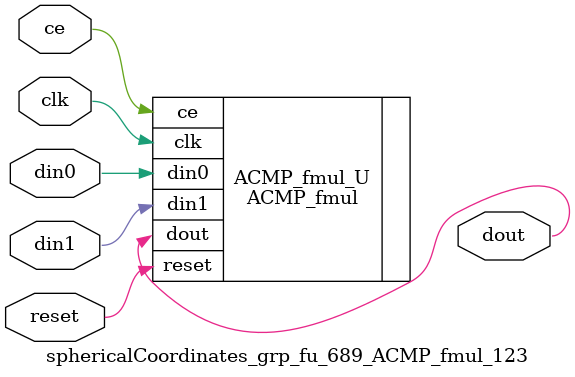
<source format=v>

`timescale 1 ns / 1 ps
module sphericalCoordinates_grp_fu_689_ACMP_fmul_123(
    clk,
    reset,
    ce,
    din0,
    din1,
    dout);

parameter ID = 32'd1;
parameter NUM_STAGE = 32'd1;
parameter din0_WIDTH = 32'd1;
parameter din1_WIDTH = 32'd1;
parameter dout_WIDTH = 32'd1;
input clk;
input reset;
input ce;
input[din0_WIDTH - 1:0] din0;
input[din1_WIDTH - 1:0] din1;
output[dout_WIDTH - 1:0] dout;



ACMP_fmul #(
.ID( ID ),
.NUM_STAGE( 4 ),
.din0_WIDTH( din0_WIDTH ),
.din1_WIDTH( din1_WIDTH ),
.dout_WIDTH( dout_WIDTH ))
ACMP_fmul_U(
    .clk( clk ),
    .reset( reset ),
    .ce( ce ),
    .din0( din0 ),
    .din1( din1 ),
    .dout( dout ));

endmodule

</source>
